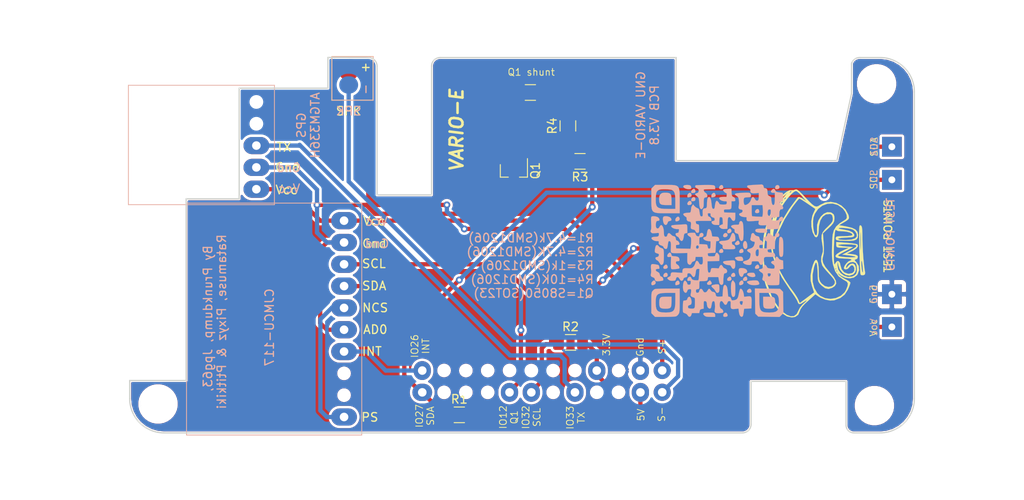
<source format=kicad_pcb>
(kicad_pcb (version 20171130) (host pcbnew "(5.1.5)-3")
  (title_block (title "GNU Vario for TTGO T5") (date 2020-02-13) (rev "V 3.0") (company "Ptitkiki mod from Ratamuse original design"))
  (layers (0 F.Cu signal) (31 B.Cu signal) (34 B.Paste user hide) (35 F.Paste user) (36 B.SilkS user) (37 F.SilkS user) (38 B.Mask user) (39 F.Mask user) (44 Edge.Cuts user))
  (net 0 "")
  (net 1 "Net-(U1-Pad10)")
  (net 2 "Net-(ESP321-Pad12)")
  (net 3 "Net-(ESP321-Pad13)")
  (net 4 "Net-(ESP321-Pad1)")
  (net 5 "Net-(ESP321-Pad7)")
  (net 6 "Net-(ESP321-Pad5)")
  (net 7 "Net-(ESP321-Pad2)")
  (net 8 "Net-(Q1-Pad3)")
  (net 9 "Net-(ESP321-Pad16)")
  (net 10 "Net-(ESP321-Pad8)")
  (net 11 "Net-(ESP321-Pad14)")
  (net 12 "Net-(ESP321-Pad24)")
  (net 13 "Net-(Q1-Pad1)")
  (module GNU_Vario_E_V2:GPS (layer F.Cu) (at 105.32944 79.96014 90)
    (fp_text reference U2)
    (fp_text value ATGM336H)
    (fp_text user Vcc (at -0.07 3.52) (layer F.SilkS))
    (fp_text user TX (at 4.88 3.21) (layer F.SilkS))
    (fp_text user Gnd (at 2.56 3.61 180) (layer F.SilkS))
    (fp_text user Vcc (at 0.07 3.81 180) (layer B.SilkS) (effects (justify mirror)))
    (fp_text user Gnd (at 2.5 3.81 180) (layer B.SilkS) (effects (justify mirror)))
    (pad "" np_thru_hole circle (at 10.16 0 90) (size 1 1) (drill 1) (layers *.Cu *.Mask))
    (pad "" np_thru_hole circle (at 7.62 0 90) (size 1 1) (drill 1) (layers *.Cu *.Mask))
    (pad 1 thru_hole oval (at 0 0 90) (size 2 3) (drill 1) (layers *.Cu *.Mask) (net 7 "Net-(ESP321-Pad2)"))
    (pad 3 thru_hole oval (at 5.08 0 90) (size 2 3) (drill 1) (layers *.Cu *.Mask) (net 6 "Net-(ESP321-Pad5)"))
    (pad 2 thru_hole oval (at 2.54 0 90) (size 2 3) (drill 1) (layers *.Cu *.Mask) (net 8 "Net-(Q1-Pad3)"))
  )
  (module GNU_Vario_E_V2:Speaker (layer F.Cu) (at 118.618 72.136 90)
    (fp_text reference LS1 hide)
    (fp_text value "4-8 ohms")
    (fp_text user SPK (at 1.27 -2.54) (layer F.SilkS))
    (fp_text user + (at 6.35 -0.62 90) (layer F.SilkS))
    (fp_text user - (at 3.81 -0.6 90) (layer B.SilkS) (effects (justify mirror)))
    (fp_text user SPK (at 1.27 -2.54 180) (layer B.SilkS) (effects (justify mirror)))
    (pad 2 smd oval (at 4.318 -2.54 90) (size 2 2.2) (layers B.Cu B.Mask) (net 4 "Net-(ESP321-Pad1)"))
    (pad 1 smd oval (at 5.842 -2.54 90) (size 2 2.2) (layers F.Cu F.Mask) (net 3 "Net-(ESP321-Pad13)"))
  )
  (module GNU_Vario_E_V2:TTGO_T5_V1.x (layer F.Cu) (at 153.134546 101.284532 90)
    (fp_text reference ESP321)
    (fp_text value TTGO_T5)
    (pad 24 thru_hole oval (at 0.21 -28.49 90) (size 2.2 2) (drill 1) (layers *.Cu *.Mask) (net 12 "Net-(ESP321-Pad24)"))
    (pad "" np_thru_hole circle (at 0.21 -23.41 90) (size 1 1) (drill 1) (layers *.Cu *.Mask))
    (pad "" np_thru_hole circle (at 0.21 -20.87 90) (size 1 1) (drill 1) (layers *.Cu *.Mask))
    (pad 2 thru_hole oval (at -2.33 -3.09 90) (size 2.2 2) (drill 1) (layers *.Cu *.Mask) (net 7 "Net-(ESP321-Pad2)"))
    (pad 14 thru_hole oval (at 0.21 -3.09 90) (size 2.2 2) (drill 1) (layers *.Cu *.Mask) (net 11 "Net-(ESP321-Pad14)"))
    (pad "" np_thru_hole circle (at 0.21 -5.63 90) (size 1 1) (drill 1) (layers *.Cu *.Mask))
    (pad "" np_thru_hole circle (at 0.21 -15.79 90) (size 1 1) (drill 1) (layers *.Cu *.Mask))
    (pad "" np_thru_hole circle (at 0.21 -13.25 90) (size 1 1) (drill 1) (layers *.Cu *.Mask))
    (pad 16 thru_hole oval (at 0.21 -8.17 90) (size 2.2 2) (drill 1) (layers *.Cu *.Mask) (net 9 "Net-(ESP321-Pad16)"))
    (pad "" np_thru_hole circle (at 0.21 -10.71 90) (size 1 1) (drill 1) (layers *.Cu *.Mask))
    (pad 5 thru_hole oval (at -2.33 -10.71 90) (size 2.2 2) (drill 1) (layers *.Cu *.Mask) (net 6 "Net-(ESP321-Pad5)"))
    (pad "" np_thru_hole circle (at -2.33 -13.25 90) (size 1 1) (drill 1) (layers *.Cu *.Mask))
    (pad 7 thru_hole oval (at -2.33 -15.79 90) (size 2.2 2) (drill 1) (layers *.Cu *.Mask) (net 5 "Net-(ESP321-Pad7)"))
    (pad 8 thru_hole oval (at -2.33 -18.33 90) (size 2.2 2) (drill 1) (layers *.Cu *.Mask) (net 10 "Net-(ESP321-Pad8)"))
    (pad "" np_thru_hole circle (at -2.33 -20.87 90) (size 1 1) (drill 1) (layers *.Cu *.Mask))
    (pad "" np_thru_hole circle (at -2.33 -23.41 90) (size 1 1) (drill 1) (layers *.Cu *.Mask))
    (pad "" np_thru_hole circle (at -2.33 -25.95 90) (size 1 1) (drill 1) (layers *.Cu *.Mask))
    (pad 13 thru_hole oval (at 0.22 -0.55 90) (size 2 2) (drill 1) (layers *.Cu *.Mask) (net 3 "Net-(ESP321-Pad13)"))
    (pad 1 thru_hole oval (at -2.32 -0.55 90) (size 2 2) (drill 1) (layers *.Cu *.Mask) (net 4 "Net-(ESP321-Pad1)"))
    (pad 12 thru_hole oval (at -2.33 -28.49 90) (size 2 2.3) (drill 1) (layers *.Cu *.Mask) (net 2 "Net-(ESP321-Pad12)"))
    (pad "" np_thru_hole circle (at -2.32 -5.63 90) (size 1 1) (drill 1) (layers *.Cu *.Mask))
    (pad "" np_thru_hole circle (at -2.32 -8.17 90) (size 1 1) (drill 1) (layers *.Cu *.Mask))
    (pad "" np_thru_hole circle (at 0.22 -18.33 90) (size 1 1) (drill 1) (layers *.Cu *.Mask))
    (pad "" np_thru_hole circle (at 0.22 -25.95 90) (size 1 1) (drill 1) (layers *.Cu *.Mask))
  )
  (module "GNU_Vario_E_V2:S8050 SOT-23" (layer F.Cu) (at 135.31342 77.79766 270)
    (fp_text reference Q1 (at 0 -2.5 90) (layer F.SilkS))
    (fp_text value SOT-23)
    (pad 3 smd rect (at 1 0 270) (size 0.9 0.8) (layers F.Cu F.Paste F.Mask) (net 8 "Net-(Q1-Pad3)"))
    (pad 2 smd rect (at -1 0.95 270) (size 0.9 0.8) (layers F.Cu F.Paste F.Mask) (net 11 "Net-(ESP321-Pad14)"))
    (pad 1 smd rect (at -1 -0.95 270) (size 0.9 0.8) (layers F.Cu F.Paste F.Mask) (net 13 "Net-(Q1-Pad1)"))
  )
  (module GNU_Vario_E_V2:CJMCU-117 (layer F.Cu) (at 112.99952 93.78188 270)
    (fp_text reference U1)
    (fp_text value CJMCU_117)
    (fp_text user CJMCU-117 (at 2.26 6.14 90) (layer B.SilkS) (effects (justify mirror)))
    (fp_text user Vcc (at -10.08 -6.33) (layer B.SilkS) (effects (justify mirror)))
    (fp_text user Gnd (at -7.49 -6.07) (layer F.SilkS))
    (fp_text user Vcc (at -10.11 -6.05) (layer F.SilkS))
    (fp_text user SCL (at -5.15 -6.02) (layer F.SilkS))
    (fp_text user SDA (at -2.57 -6.05) (layer F.SilkS))
    (fp_text user NCS (at -0.01 -6.16) (layer F.SilkS))
    (fp_text user AD0 (at 2.52 -6.18) (layer F.SilkS))
    (fp_text user INT (at 5.06 -5.78) (layer F.SilkS))
    (fp_text user PS (at 12.73 -5.54) (layer F.SilkS))
    (fp_text user Gnd (at -7.48 -6.38) (layer B.SilkS) (effects (justify mirror)))
    (pad 10 thru_hole oval (at 12.7 -2.54 270) (size 2 3) (drill 1) (layers *.Cu *.Mask) (net 1 "Net-(U1-Pad10)"))
    (pad 7 thru_hole oval (at 5.08 -2.54 270) (size 2 3) (drill 1) (layers *.Cu *.Mask) (net 12 "Net-(ESP321-Pad24)"))
    (pad 4 thru_hole oval (at -2.54 -2.54 270) (size 2 3) (drill 1) (layers *.Cu *.Mask) (net 2 "Net-(ESP321-Pad12)"))
    (pad 6 thru_hole oval (at 2.54 -2.54 270) (size 2 3) (drill 1) (layers *.Cu *.Mask) (net 8 "Net-(Q1-Pad3)"))
    (pad 5 thru_hole oval (at 0 -2.54 270) (size 2 3) (drill 1) (layers *.Cu *.Mask) (net 1 "Net-(U1-Pad10)"))
    (pad 1 thru_hole oval (at -10.16 -2.54 270) (size 2 3) (drill 1) (layers *.Cu *.Mask) (net 7 "Net-(ESP321-Pad2)"))
    (pad 2 thru_hole oval (at -7.62 -2.54 270) (size 2 3) (drill 1) (layers *.Cu *.Mask) (net 8 "Net-(Q1-Pad3)"))
    (pad 3 thru_hole oval (at -5.08 -2.54 270) (size 2 3) (drill 1) (layers *.Cu *.Mask) (net 5 "Net-(ESP321-Pad7)"))
    (pad "" np_thru_hole circle (at 7.62 -2.54 270) (size 1 1) (drill 1) (layers *.Cu *.Mask))
    (pad "" np_thru_hole circle (at 10.16 -2.54 270) (size 1 1) (drill 1) (layers *.Cu *.Mask))
  )
  (module Resistor_SMD:R_1206_3216Metric (layer F.Cu) (at 137.23356 68.7 180)
    (fp_text reference "Q1 shunt" (at -0.1 2.37) (layer F.SilkS) (effects (font (size 0.8 0.8) (thickness 0.1))))
    (fp_text value R_1206_3216Metric)
    (pad 2 smd roundrect (at 1.4 0 180) (size 1.25 1.75) (layers F.Cu F.Paste F.Mask) (roundrect_rratio 0.2) (net 8 "Net-(Q1-Pad3)"))
    (pad 1 smd roundrect (at -1.4 0 180) (size 1.25 1.75) (layers F.Cu F.Paste F.Mask) (roundrect_rratio 0.2) (net 11 "Net-(ESP321-Pad14)"))
  )
  (module Resistor_SMD:R_1206_3216Metric (layer F.Cu) (at 141.9068 97.79508)
    (fp_text reference R2 (at 0 -1.82) (layer F.SilkS))
    (fp_text value 4.7k)
    (pad 2 smd roundrect (at 1.4 0) (size 1.25 1.75) (layers F.Cu F.Paste F.Mask) (roundrect_rratio 0.2) (net 9 "Net-(ESP321-Pad16)"))
    (pad 1 smd roundrect (at -1.4 0) (size 1.25 1.75) (layers F.Cu F.Paste F.Mask) (roundrect_rratio 0.2) (net 5 "Net-(ESP321-Pad7)"))
  )
  (module Resistor_SMD:R_1206_3216Metric (layer F.Cu) (at 128.96042 106.23042)
    (fp_text reference R1 (at 0 -1.82) (layer F.SilkS))
    (fp_text value 4.7k)
    (pad 2 smd roundrect (at 1.4 0) (size 1.25 1.75) (layers F.Cu F.Paste F.Mask) (roundrect_rratio 0.2) (net 9 "Net-(ESP321-Pad16)"))
    (pad 1 smd roundrect (at -1.4 0) (size 1.25 1.75) (layers F.Cu F.Paste F.Mask) (roundrect_rratio 0.2) (net 2 "Net-(ESP321-Pad12)"))
  )
  (module Resistor_SMD:R_1206_3216Metric (layer F.Cu) (at 143.01356 76.72 180)
    (fp_text reference R3 (at 0 -1.82) (layer F.SilkS))
    (fp_text value 1k)
    (pad 2 smd roundrect (at 1.4 0 180) (size 1.25 1.75) (layers F.Cu F.Paste F.Mask) (roundrect_rratio 0.2) (net 13 "Net-(Q1-Pad1)"))
    (pad 1 smd roundrect (at -1.4 0 180) (size 1.25 1.75) (layers F.Cu F.Paste F.Mask) (roundrect_rratio 0.2) (net 10 "Net-(ESP321-Pad8)"))
  )
  (module Resistor_SMD:R_1206_3216Metric (layer F.Cu) (at 141.60356 72.59 90)
    (fp_text reference R4 (at 0 -1.82 90) (layer F.SilkS))
    (fp_text value 10k)
    (pad 2 smd roundrect (at 1.4 0 90) (size 1.25 1.75) (layers F.Cu F.Paste F.Mask) (roundrect_rratio 0.2) (net 11 "Net-(ESP321-Pad14)"))
    (pad 1 smd roundrect (at -1.4 0 90) (size 1.25 1.75) (layers F.Cu F.Paste F.Mask) (roundrect_rratio 0.2) (net 13 "Net-(Q1-Pad1)"))
  )
  (module GNU_Vario_E_V2:QRCode (layer B.Cu) (at 159.00146 87.14232)
    (fp_text reference G*** hide)
    (fp_text value LOGO hide)
  )
  (module GNU_Vario_E_V2:Hole (layer F.Cu) (at 93.88 104.965)
    (fp_text reference REF**)
    (fp_text value "trou pads")
    (pad "" np_thru_hole circle (at 0 0) (size 4 4) (drill 4) (layers *.Cu *.Mask))
  )
  (module GNU_Vario_E_V2:Hole (layer F.Cu) (at 177.546 67.691)
    (fp_text reference REF**)
    (fp_text value "trou pads")
    (pad "" np_thru_hole circle (at 0 0) (size 4 4) (drill 4) (layers *.Cu *.Mask))
  )
  (module GNU_Vario_E_V2:Hole (layer F.Cu) (at 177.292 105.156)
    (fp_text reference REF**)
    (fp_text value "trou pads")
    (pad "" np_thru_hole circle (at 0 0) (size 4 4) (drill 4) (layers *.Cu *.Mask))
  )
  (module GNU_Vario_E_V2:logo (layer F.Cu) (at 169.545 87.14232 90)
    (fp_text reference G*** hide)
    (fp_text value LOGO hide)
  )
  (module GNU_Vario_E_V3:pad_mesures (layer F.Cu) (at 180.594 97.267 90)
    (fp_text reference REF**)
    (fp_text value pad_mesures)
    (fp_text user Gnd (at 5.07 -3.4 90) (layer F.SilkS) (effects (font (size 0.8 0.8) (thickness 0.1))))
    (fp_text user Vcc (at 1.19 -3.4 90) (layer F.SilkS) (effects (font (size 0.8 0.8) (thickness 0.1))))
    (fp_text user SCL (at 18.39 -3.36 90) (layer F.SilkS) (effects (font (size 0.8 0.8) (thickness 0.1))))
    (fp_text user SDA (at 22.23 -3.34 90) (layer F.SilkS) (effects (font (size 0.8 0.8) (thickness 0.1))))
    (fp_text user SDA (at 22.28 -3.33 90) (layer B.SilkS) (effects (font (size 0.8 0.8) (thickness 0.1)) (justify mirror)))
    (fp_text user SCL (at 18.49 -3.36 90) (layer B.SilkS) (effects (font (size 0.8 0.8) (thickness 0.1)) (justify mirror)))
    (fp_text user Gnd (at 5.1 -3.41 90) (layer B.SilkS) (effects (font (size 0.8 0.8) (thickness 0.1)) (justify mirror)))
    (fp_text user Vcc (at 1.23 -3.38 90) (layer B.SilkS) (effects (font (size 0.8 0.8) (thickness 0.1)) (justify mirror)))
    (pad 2 thru_hole rect (at 5.08 -1.27 90) (size 2.3 2.3) (drill 0.8) (layers *.Cu *.Mask) (net 11 "Net-(ESP321-Pad14)"))
    (pad 1 thru_hole rect (at 1.27 -1.27 90) (size 2.3 2.3) (drill 0.8) (layers *.Cu *.Mask) (net 7 "Net-(ESP321-Pad2)"))
    (pad 3 thru_hole rect (at 18.4 -1.27 90) (size 2.3 2.3) (drill 0.8) (layers *.Cu *.Mask) (net 5 "Net-(ESP321-Pad7)"))
    (pad 4 thru_hole rect (at 22.25 -1.27 90) (size 2.3 2.3) (drill 0.8) (layers *.Cu *.Mask) (net 2 "Net-(ESP321-Pad12)"))
  )
  (gr_line (start 113.665 68.199) (end 103.32944 68.199) (layer Edge.Cuts) (width 0.15))
  (gr_line (start 113.665 64.62114) (end 113.665 68.199) (layer Edge.Cuts) (width 0.15))
  (gr_line (start 97.155 102.235) (end 97.155 81.08014) (layer Edge.Cuts) (width 0.15))
  (gr_line (start 97.155 102.235) (end 90.58 102.235) (layer Edge.Cuts) (width 0.15))
  (gr_text "TEST POINTS" (at 179.1706 85.217 90) (layer B.SilkS) (effects (font (size 0.9 0.9)) (justify mirror)))
  (gr_text "TEST POINTS" (at 178.89728 85.40242 90) (layer F.SilkS) (effects (font (size 0.9 0.9))))
  (gr_text S- (at 152.51 106.16 90) (layer F.SilkS) (effects (font (size 0.8 0.8) (thickness 0.1))))
  (gr_text S+ (at 152.59 98.3 90) (layer F.SilkS) (effects (font (size 0.8 0.8) (thickness 0.1))))
  (gr_text "IO12\nQ1" (at 134.71 106.51 90) (layer F.SilkS) (effects (font (size 0.8 0.8) (thickness 0.1))))
  (gr_text VARIO-E (at 128.64592 73.06564 -270) (layer F.SilkS) (effects (font (size 1.5 1.5) (thickness 0.3) italic)))
  (gr_text Gnd (at 150.01 98.32 90) (layer F.SilkS) (effects (font (size 0.8 0.8) (thickness 0.1))))
  (gr_text "IO26\nINT" (at 124.41428 98.23196 90) (layer F.SilkS) (effects (font (size 0.8 0.8) (thickness 0.1))))
  (gr_text "R1=4.7k(SMD1206)\nR2=4.7K(SMD1206)\nR3=1k(SMD1206)\nR4=10K(SMD1206)\nQ1=S8050(SOT23)" (at 144.70634 88.85936) (layer B.SilkS) (effects (font (size 1 1)) (justify left mirror)))
  (gr_text 3.3V (at 146.1 98.08 90) (layer F.SilkS) (effects (font (size 0.8 0.8) (thickness 0.1))))
  (gr_text "By Prunkdump, Jpg63, \nRatamuse, Pixyz & Ptitkiki\n " (at 101.29266 95.3897 90) (layer B.SilkS) (effects (font (size 1 1)) (justify mirror)))
  (gr_text "GNU VARIO-E\nPCB V3.8" (at 150.8887 71.3486 90) (layer B.SilkS) (effects (font (size 1 1)) (justify mirror)))
  (gr_text "GPS\nATGM336H" (at 111.379 72.517 90) (layer B.SilkS) (effects (font (size 1 1)) (justify mirror)))
  (gr_text "IO27\nSDA" (at 124.96 106.36 90) (layer F.SilkS) (effects (font (size 0.8 0.8) (thickness 0.1))))
  (gr_text "IO32\nSCL" (at 137.35 106.52 90) (layer F.SilkS) (effects (font (size 0.8 0.8) (thickness 0.1))))
  (gr_text "IO33\nTX" (at 142.51 106.56 90) (layer F.SilkS) (effects (font (size 0.8 0.8) (thickness 0.1))))
  (gr_text 5V (at 150.11 106.24 90) (layer F.SilkS) (effects (font (size 0.8 0.8) (thickness 0.1))))
  (gr_line (start 119.38 80.63) (end 125.73 80.63) (layer Edge.Cuts) (width 0.15))
  (gr_line (start 103.32944 81.08014) (end 97.155 81.08014) (layer Edge.Cuts) (width 0.15))
  (gr_line (start 103.32944 81.08014) (end 103.32944 68.199) (layer Edge.Cuts) (width 0.15))
  (gr_arc (start 174.89 107.43) (end 173.99 107.43) (angle -90) (layer Edge.Cuts) (width 0.15))
  (gr_line (start 172.93 76.63) (end 174.625 68.83) (layer Edge.Cuts) (width 0.15))
  (gr_line (start 154.2 76.63) (end 172.93 76.63) (layer Edge.Cuts) (width 0.15))
  (gr_line (start 154.2 64.63) (end 154.2 76.63) (layer Edge.Cuts) (width 0.15))
  (gr_line (start 118.38 64.63) (end 113.665 64.62114) (layer Edge.Cuts) (width 0.15))
  (gr_line (start 178.05253 108.33) (end 174.89 108.33) (layer Edge.Cuts) (width 0.15))
  (gr_arc (start 175.580188 65.626001) (end 175.625 64.63) (angle -75.35856355) (layer Edge.Cuts) (width 0.15))
  (gr_line (start 174.627858 65.330886) (end 174.625 68.83) (layer Edge.Cuts) (width 0.15))
  (gr_arc (start 161.925 107.33) (end 161.925 108.33) (angle -90) (layer Edge.Cuts) (width 0.15))
  (gr_arc (start 126.73 65.63) (end 126.73 64.63) (angle -90) (layer Edge.Cuts) (width 0.15))
  (gr_arc (start 118.38 65.63) (end 119.38 65.63) (angle -90) (layer Edge.Cuts) (width 0.15))
  (gr_arc (start 94.58 104.33) (end 90.58 104.33) (angle -90) (layer Edge.Cuts) (width 0.15))
  (gr_arc (start 177.94253 104.33) (end 178.05253 108.33) (angle -88.42476307) (layer Edge.Cuts) (width 0.15))
  (gr_arc (start 177.944042 68.63) (end 181.944042 68.63) (angle -88.42476307) (layer Edge.Cuts) (width 0.15))
  (gr_line (start 173.99 102.33) (end 162.925 102.33) (layer Edge.Cuts) (width 0.15))
  (gr_line (start 162.925 102.33) (end 162.925 107.33) (layer Edge.Cuts) (width 0.15))
  (gr_line (start 173.99 107.43) (end 173.99 102.33) (layer Edge.Cuts) (width 0.15))
  (gr_line (start 161.925 108.33) (end 124.2 108.33) (layer Edge.Cuts) (width 0.15))
  (gr_line (start 181.944042 68.63) (end 181.944042 104.33) (layer Edge.Cuts) (width 0.15))
  (gr_line (start 175.625 64.63) (end 178.054 64.631512) (layer Edge.Cuts) (width 0.15))
  (gr_line (start 126.73 64.63) (end 154.2 64.63) (layer Edge.Cuts) (width 0.15))
  (gr_line (start 125.73 80.63) (end 125.73 65.63) (layer Edge.Cuts) (width 0.15))
  (gr_line (start 119.38 65.63) (end 119.38 80.63) (layer Edge.Cuts) (width 0.15))
  (gr_line (start 90.58 104.33) (end 90.58 102.235) (layer Edge.Cuts) (width 0.15))
  (gr_line (start 124.2 108.33) (end 94.58 108.33) (layer Edge.Cuts) (width 0.15))
  (segment (start 115.03952 93.78188) (end 115.00396 93.74632) (width 0.5) (layer B.Cu) (net 1))
  (segment (start 115.53952 93.78188) (end 115.03952 93.78188) (width 0.5) (layer B.Cu) (net 1))
  (segment (start 115.00396 93.74632) (end 114.1349 93.74632) (width 0.5) (layer B.Cu) (net 1))
  (segment (start 114.1349 93.74632) (end 112.78362 95.0976) (width 0.5) (layer B.Cu) (net 1))
  (segment (start 113.53952 106.48188) (end 115.53952 106.48188) (width 0.5) (layer B.Cu) (net 1))
  (segment (start 112.78362 105.72598) (end 113.53952 106.48188) (width 0.5) (layer B.Cu) (net 1))
  (segment (start 112.78362 95.0976) (end 112.78362 105.72598) (width 0.5) (layer B.Cu) (net 1))
  (segment (start 124.644546 103.614532) (end 124.794546 103.614532) (width 0.7) (layer F.Cu) (net 2))
  (segment (start 124.644546 104.384546) (end 124.644546 103.614532) (width 0.4) (layer F.Cu) (net 2))
  (segment (start 124.644546 103.614532) (end 124.794546 103.614532) (width 0.5) (layer B.Cu) (net 2))
  (segment (start 127.260434 106.23042) (end 124.644546 103.614532) (width 0.5) (layer F.Cu) (net 2))
  (segment (start 127.56042 106.23042) (end 127.260434 106.23042) (width 0.5) (layer F.Cu) (net 2))
  (via (at 128.9558 90.53068) (size 0.8) (drill 0.4) (layers F.Cu B.Cu) (net 2))
  (segment (start 128.9558 90.53068) (end 139.12088 80.3656) (width 0.5) (layer B.Cu) (net 2))
  (segment (start 139.12088 80.3656) (end 171.1706 80.3656) (width 0.5) (layer B.Cu) (net 2))
  (via (at 171.45 80.645) (size 0.8) (drill 0.4) (layers F.Cu B.Cu) (net 2))
  (segment (start 171.1706 80.3656) (end 171.45 80.645) (width 0.5) (layer B.Cu) (net 2))
  (segment (start 177.078 75.017) (end 179.324 75.017) (width 0.5) (layer F.Cu) (net 2))
  (segment (start 171.45 80.645) (end 177.078 75.017) (width 0.5) (layer F.Cu) (net 2))
  (segment (start 122.555 101.674986) (end 122.555 95.25) (width 0.5) (layer F.Cu) (net 2))
  (segment (start 124.494546 103.614532) (end 122.555 101.674986) (width 0.5) (layer F.Cu) (net 2))
  (segment (start 124.644546 103.614532) (end 124.494546 103.614532) (width 0.5) (layer F.Cu) (net 2))
  (segment (start 124.23648 95.25) (end 128.9558 90.53068) (width 0.5) (layer F.Cu) (net 2))
  (segment (start 122.555 95.25) (end 124.23648 95.25) (width 0.5) (layer F.Cu) (net 2))
  (segment (start 118.54688 91.24188) (end 122.555 95.25) (width 0.5) (layer F.Cu) (net 2))
  (segment (start 115.53952 91.24188) (end 118.54688 91.24188) (width 0.5) (layer F.Cu) (net 2))
  (segment (start 152.584546 101.064532) (end 152.484546 101.064532) (width 0.7) (layer B.Cu) (net 3))
  (segment (start 152.584546 101.064532) (end 152.584546 95.942546) (width 0.5) (layer F.Cu) (net 3))
  (segment (start 152.584546 95.942546) (end 141.224 84.582) (width 0.5) (layer F.Cu) (net 3))
  (segment (start 117.678 66.294) (end 118.364 66.98) (width 0.5) (layer F.Cu) (net 3))
  (segment (start 116.078 66.294) (end 117.678 66.294) (width 0.5) (layer F.Cu) (net 3))
  (segment (start 118.364 80.910616) (end 118.441376 80.987992) (width 0.5) (layer F.Cu) (net 3))
  (segment (start 118.364 66.98) (end 118.364 80.910616) (width 0.5) (layer F.Cu) (net 3))
  (segment (start 118.441376 80.987992) (end 119.241384 81.788) (width 0.5) (layer F.Cu) (net 3))
  (segment (start 119.241384 81.788) (end 127.508 81.788) (width 0.5) (layer F.Cu) (net 3))
  (segment (start 141.224 84.582) (end 129.54 84.582) (width 0.5) (layer F.Cu) (net 3))
  (segment (start 127.508 81.788) (end 127.508 81.788) (width 0.5) (layer F.Cu) (net 3))
  (via (at 127.508 81.788) (size 0.8) (drill 0.4) (layers F.Cu B.Cu) (net 3))
  (segment (start 129.54 84.582) (end 129.54 84.582) (width 0.5) (layer F.Cu) (net 3))
  (via (at 129.54 84.582) (size 0.8) (drill 0.4) (layers F.Cu B.Cu) (net 3))
  (segment (start 127.508 82.55) (end 129.54 84.582) (width 0.5) (layer B.Cu) (net 3))
  (segment (start 127.508 81.788) (end 127.508 82.55) (width 0.5) (layer B.Cu) (net 3))
  (segment (start 154.432 101.757078) (end 152.584546 103.604532) (width 0.5) (layer B.Cu) (net 4))
  (segment (start 116.078 67.818) (end 116.078 79.058882) (width 0.5) (layer B.Cu) (net 4))
  (segment (start 116.078 79.058882) (end 135.063118 98.044) (width 0.5) (layer B.Cu) (net 4))
  (segment (start 135.063118 98.044) (end 152.654 98.044) (width 0.5) (layer B.Cu) (net 4))
  (segment (start 152.654 98.044) (end 154.432 99.822) (width 0.5) (layer B.Cu) (net 4))
  (segment (start 154.432 99.822) (end 154.432 101.757078) (width 0.5) (layer B.Cu) (net 4))
  (segment (start 137.344546 103.514532) (end 137.344546 103.614532) (width 0.5) (layer B.Cu) (net 5))
  (segment (start 137.344546 103.514532) (end 138.56208 102.296998) (width 0.5) (layer F.Cu) (net 5))
  (segment (start 137.344546 103.614532) (end 137.344546 103.514532) (width 0.5) (layer F.Cu) (net 5))
  (segment (start 138.56208 98.48072) (end 139.02928 98.01352) (width 0.5) (layer F.Cu) (net 5))
  (segment (start 139.02928 98.01352) (end 139.65428 98.01352) (width 0.5) (layer F.Cu) (net 5))
  (segment (start 138.56208 102.296998) (end 138.56208 98.48072) (width 0.5) (layer F.Cu) (net 5))
  (via (at 145.66392 90.5383) (size 0.8) (drill 0.4) (layers F.Cu B.Cu) (net 5))
  (segment (start 140.5068 97.79508) (end 140.5068 95.69542) (width 0.5) (layer F.Cu) (net 5))
  (segment (start 145.66392 90.5383) (end 149.2377 86.96452) (width 0.5) (layer B.Cu) (net 5))
  (via (at 149.2377 86.86546) (size 0.8) (drill 0.4) (layers F.Cu B.Cu) (net 5))
  (segment (start 149.2377 86.96452) (end 149.2377 86.86546) (width 0.5) (layer B.Cu) (net 5))
  (segment (start 139.7762 97.79508) (end 140.5068 97.79508) (width 0.5) (layer F.Cu) (net 5))
  (segment (start 139.65428 97.67316) (end 139.7762 97.79508) (width 0.5) (layer F.Cu) (net 5))
  (segment (start 139.65428 97.67316) (end 139.65428 97.13852) (width 0.5) (layer F.Cu) (net 5))
  (segment (start 139.65428 98.01352) (end 139.65428 97.67316) (width 0.5) (layer F.Cu) (net 5))
  (segment (start 177.038 78.867) (end 179.324 78.867) (width 0.5) (layer F.Cu) (net 5))
  (segment (start 149.2377 86.86546) (end 169.03954 86.86546) (width 0.5) (layer F.Cu) (net 5))
  (segment (start 169.03954 86.86546) (end 177.038 78.867) (width 0.5) (layer F.Cu) (net 5))
  (segment (start 133.78688 88.70188) (end 140.335 95.25) (width 0.5) (layer F.Cu) (net 5))
  (segment (start 115.53952 88.70188) (end 133.78688 88.70188) (width 0.5) (layer F.Cu) (net 5))
  (segment (start 140.5068 95.69542) (end 140.335 95.25) (width 0.5) (layer F.Cu) (net 5))
  (segment (start 140.335 95.25) (end 145.66392 90.5383) (width 0.5) (layer F.Cu) (net 5))
  (segment (start 142.424546 103.614532) (end 142.45 103.639986) (width 0.7) (layer F.Cu) (net 6))
  (segment (start 134.871243 99.311243) (end 110.363 74.803) (width 0.5) (layer B.Cu) (net 6))
  (segment (start 142.424546 103.514532) (end 141.224 102.313986) (width 0.5) (layer B.Cu) (net 6))
  (segment (start 142.424546 103.614532) (end 142.424546 103.514532) (width 0.5) (layer B.Cu) (net 6))
  (segment (start 141.224 102.313986) (end 141.224 99.822) (width 0.5) (layer B.Cu) (net 6))
  (segment (start 141.224 99.822) (end 140.713243 99.311243) (width 0.5) (layer B.Cu) (net 6))
  (segment (start 140.713243 99.311243) (end 134.871243 99.311243) (width 0.5) (layer B.Cu) (net 6))
  (segment (start 110.28586 74.88014) (end 105.32944 74.88014) (width 0.5) (layer B.Cu) (net 6))
  (segment (start 110.363 74.803) (end 110.28586 74.88014) (width 0.5) (layer B.Cu) (net 6))
  (segment (start 150.044546 103.614532) (end 150.044546 103.144546) (width 0.7) (layer F.Cu) (net 7))
  (segment (start 105.52944 80.16014) (end 105.32944 79.96014) (width 0.7) (layer F.Cu) (net 7))
  (segment (start 150.044546 103.714532) (end 150.04 103.719078) (width 0.5) (layer B.Cu) (net 7))
  (segment (start 150.044546 103.614532) (end 150.044546 103.714532) (width 0.5) (layer B.Cu) (net 7))
  (segment (start 150.04 103.719078) (end 150.04 104.5) (width 0.5) (layer B.Cu) (net 7))
  (segment (start 165.115 95.997) (end 179.324 95.997) (width 0.5) (layer F.Cu) (net 7))
  (segment (start 115.53952 83.62188) (end 112.90452 83.62188) (width 0.5) (layer F.Cu) (net 7))
  (segment (start 142.04188 83.62188) (end 115.53952 83.62188) (width 0.5) (layer F.Cu) (net 7))
  (segment (start 155.702 97.282) (end 142.04188 83.62188) (width 0.5) (layer F.Cu) (net 7))
  (segment (start 163.83 97.282) (end 165.115 95.997) (width 0.5) (layer F.Cu) (net 7))
  (segment (start 155.702 97.282) (end 163.83 97.282) (width 0.5) (layer F.Cu) (net 7))
  (segment (start 150.044546 105.214532) (end 150.044546 103.614532) (width 0.5) (layer F.Cu) (net 7))
  (segment (start 153.416 106.68) (end 151.510014 106.68) (width 0.5) (layer F.Cu) (net 7))
  (segment (start 155.702 97.282) (end 155.702 104.394) (width 0.5) (layer F.Cu) (net 7))
  (segment (start 151.510014 106.68) (end 150.044546 105.214532) (width 0.5) (layer F.Cu) (net 7))
  (segment (start 155.702 104.394) (end 153.416 106.68) (width 0.5) (layer F.Cu) (net 7))
  (segment (start 112.76918 83.62188) (end 112.90452 83.62188) (width 0.5) (layer F.Cu) (net 7))
  (segment (start 109.10744 79.96014) (end 112.76918 83.62188) (width 0.5) (layer F.Cu) (net 7))
  (segment (start 105.32944 79.96014) (end 109.10744 79.96014) (width 0.5) (layer F.Cu) (net 7))
  (segment (start 105.82944 77.42014) (end 105.83944 77.41014) (width 0.4) (layer F.Cu) (net 8))
  (segment (start 105.32944 77.42014) (end 105.82944 77.42014) (width 0.4) (layer F.Cu) (net 8))
  (segment (start 135.81356 68.68) (end 135.83356 68.7) (width 0.5) (layer F.Cu) (net 8))
  (segment (start 135.83356 68.7) (end 135.83356 69.575) (width 0.5) (layer F.Cu) (net 8))
  (segment (start 113.53952 86.16188) (end 112.76076 86.94064) (width 0.5) (layer F.Cu) (net 8))
  (segment (start 115.53952 86.16188) (end 113.53952 86.16188) (width 0.5) (layer F.Cu) (net 8))
  (segment (start 113.53952 96.32188) (end 115.53952 96.32188) (width 0.5) (layer F.Cu) (net 8))
  (segment (start 112.76076 95.54312) (end 113.53952 96.32188) (width 0.5) (layer F.Cu) (net 8))
  (segment (start 112.76076 86.94064) (end 112.76076 95.54312) (width 0.5) (layer F.Cu) (net 8))
  (via (at 112.39246 81.788) (size 0.8) (drill 0.4) (layers F.Cu B.Cu) (net 8))
  (segment (start 135.31342 78.79766) (end 132.55422 78.79766) (width 0.5) (layer F.Cu) (net 8))
  (segment (start 132.55422 78.79766) (end 131.0513 77.29474) (width 0.5) (layer F.Cu) (net 8))
  (segment (start 131.0513 77.29474) (end 131.0513 70.86092) (width 0.5) (layer F.Cu) (net 8))
  (segment (start 133.21222 68.7) (end 135.83356 68.7) (width 0.5) (layer F.Cu) (net 8))
  (segment (start 131.0513 70.86092) (end 133.21222 68.7) (width 0.5) (layer F.Cu) (net 8))
  (segment (start 135.31342 80.28065) (end 135.31342 78.79766) (width 0.5) (layer F.Cu) (net 8))
  (segment (start 132.7722 82.82187) (end 135.31342 80.28065) (width 0.5) (layer F.Cu) (net 8))
  (segment (start 118.11 81.788) (end 119.14387 82.82187) (width 0.5) (layer F.Cu) (net 8))
  (segment (start 119.14387 82.82187) (end 132.7722 82.82187) (width 0.5) (layer F.Cu) (net 8))
  (segment (start 115.509775 81.788) (end 118.11 81.788) (width 0.5) (layer F.Cu) (net 8))
  (segment (start 112.39246 85.01482) (end 112.39246 81.788) (width 0.5) (layer B.Cu) (net 8))
  (segment (start 115.53952 86.16188) (end 113.53952 86.16188) (width 0.5) (layer B.Cu) (net 8))
  (segment (start 113.53952 86.16188) (end 112.39246 85.01482) (width 0.5) (layer B.Cu) (net 8))
  (segment (start 115.509775 81.788) (end 112.39246 81.788) (width 0.5) (layer F.Cu) (net 8))
  (segment (start 112.39246 80.00746) (end 112.39246 81.788) (width 0.5) (layer B.Cu) (net 8))
  (segment (start 109.80514 77.42014) (end 112.39246 80.00746) (width 0.5) (layer B.Cu) (net 8))
  (segment (start 105.32944 77.42014) (end 109.80514 77.42014) (width 0.5) (layer B.Cu) (net 8))
  (segment (start 144.89 100.999986) (end 144.964546 101.074532) (width 0.5) (layer F.Cu) (net 9))
  (segment (start 144.964546 101.074532) (end 144.964546 100.974532) (width 0.5) (layer F.Cu) (net 9))
  (segment (start 130.98542 106.23042) (end 130.99304 106.23804) (width 0.5) (layer F.Cu) (net 9))
  (segment (start 130.36042 106.23042) (end 130.98542 106.23042) (width 0.5) (layer F.Cu) (net 9))
  (segment (start 144.964546 101.074532) (end 144.964546 101.555946) (width 0.5) (layer F.Cu) (net 9))
  (segment (start 144.964546 101.555946) (end 146.18208 102.77348) (width 0.5) (layer F.Cu) (net 9))
  (segment (start 146.18208 102.77348) (end 146.18208 104.521) (width 0.5) (layer F.Cu) (net 9))
  (segment (start 144.47266 106.23042) (end 130.36042 106.23042) (width 0.5) (layer F.Cu) (net 9))
  (segment (start 146.18208 104.521) (end 144.47266 106.23042) (width 0.5) (layer F.Cu) (net 9))
  (segment (start 144.964546 99.084526) (end 144.964546 101.074532) (width 0.5) (layer F.Cu) (net 9))
  (segment (start 143.89354 98.01352) (end 144.964546 99.084526) (width 0.5) (layer F.Cu) (net 9))
  (segment (start 134.804546 103.614532) (end 134.804546 103.714532) (width 0.5) (layer F.Cu) (net 10))
  (segment (start 134.804546 103.614532) (end 134.804546 103.514532) (width 0.5) (layer F.Cu) (net 10))
  (segment (start 134.804546 103.614532) (end 134.804546 103.048674) (width 0.5) (layer F.Cu) (net 10))
  (segment (start 134.804546 103.514532) (end 136.1313 102.187778) (width 0.5) (layer F.Cu) (net 10))
  (segment (start 136.1313 102.187778) (end 136.1313 100.837284) (width 0.5) (layer F.Cu) (net 10))
  (via (at 136.1313 96.3803) (size 0.8) (drill 0.4) (layers F.Cu B.Cu) (net 10))
  (segment (start 136.1313 100.837284) (end 136.1313 96.3803) (width 0.5) (layer F.Cu) (net 10))
  (via (at 144.43964 82.03184) (size 0.8) (drill 0.4) (layers F.Cu B.Cu) (net 10))
  (segment (start 136.1313 96.3803) (end 136.1313 90.34018) (width 0.5) (layer B.Cu) (net 10))
  (segment (start 136.1313 90.34018) (end 144.43964 82.03184) (width 0.5) (layer B.Cu) (net 10))
  (segment (start 144.43964 76.74608) (end 144.41356 76.72) (width 0.5) (layer F.Cu) (net 10))
  (segment (start 144.43964 82.03184) (end 144.43964 76.74608) (width 0.5) (layer F.Cu) (net 10))
  (segment (start 138.63356 68.7) (end 139.11356 68.7) (width 0.5) (layer F.Cu) (net 11))
  (segment (start 134.36342 76.74766) (end 134.36342 76.79766) (width 0.5) (layer F.Cu) (net 11))
  (segment (start 120.387172 101.074532) (end 124.644546 101.074532) (width 0.5) (layer B.Cu) (net 12))
  (segment (start 115.53952 98.86188) (end 118.17452 98.86188) (width 0.5) (layer B.Cu) (net 12))
  (segment (start 118.17452 98.86188) (end 120.387172 101.074532) (width 0.5) (layer B.Cu) (net 12))
  (segment (start 141.60356 76.73) (end 141.61356 76.72) (width 0.5) (layer F.Cu) (net 13))
  (segment (start 141.60356 76.71) (end 141.61356 76.72) (width 0.5) (layer F.Cu) (net 13))
  (segment (start 141.5359 76.79766) (end 141.61356 76.72) (width 0.5) (layer F.Cu) (net 13))
  (segment (start 136.26342 76.79766) (end 141.5359 76.79766) (width 0.5) (layer F.Cu) (net 13))
  (segment (start 141.61356 74) (end 141.60356 73.99) (width 0.5) (layer F.Cu) (net 13))
  (segment (start 141.61356 76.72) (end 141.61356 74) (width 0.5) (layer F.Cu) (net 13))
  (zone (net 11) (net_name "Net-(ESP321-Pad14)") (layer B.Cu) (connect_pads (clearance 0.1)) (min_thickness 0.254) (fill yes (arc_segments 32) (thermal_gap 0.508) (thermal_bridge_width 0.508))
    (polygon (pts (xy 191.57 114.05) (xy 78.76 114.16) (xy 78.4 60.44) (xy 191.51 60.2)))
  )
  (zone (net 11) (net_name "Net-(ESP321-Pad14)") (layer F.Cu) (connect_pads (clearance 0.1)) (min_thickness 0.254) (fill yes (arc_segments 32) (thermal_gap 0.508) (thermal_bridge_width 0.508))
    (polygon (pts (xy 75.48 58.31) (xy 76.01 115.79) (xy 194.73 116.15) (xy 194.5 57.93)))
  )
)
</source>
